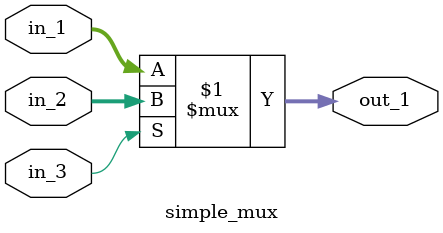
<source format=v>

module simple_mux
        (
            //inputs
            in_1,
            in_2,
            in_3,

            //outputs
            out_1
        );

    //port definition
    input   [3:0]   in_1;
    input   [3:0]   in_2;
    input           in_3;

    output  [3:0]   out_1;

    //design implematation
    
    assign out_1 = in_3 ? in_2 : in_1;

endmodule

</source>
